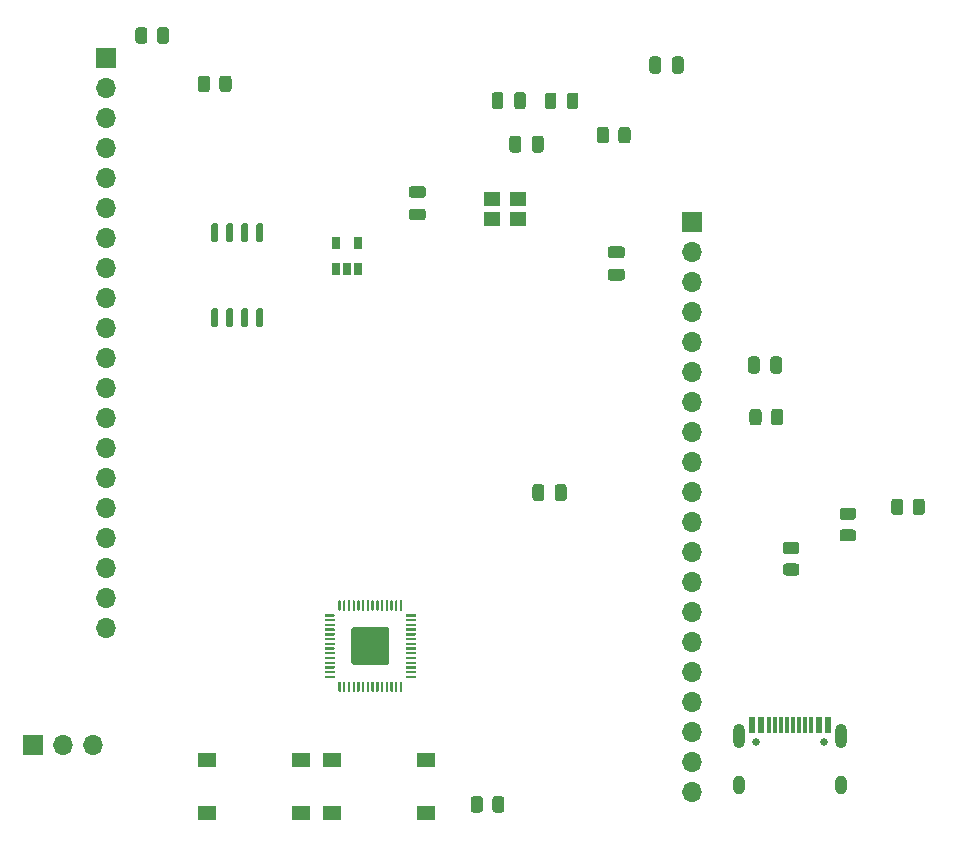
<source format=gts>
%TF.GenerationSoftware,KiCad,Pcbnew,(5.1.12)-1*%
%TF.CreationDate,2026-01-09T19:54:51+05:30*%
%TF.ProjectId,Aniket_Board,416e696b-6574-45f4-926f-6172642e6b69,rev?*%
%TF.SameCoordinates,Original*%
%TF.FileFunction,Soldermask,Top*%
%TF.FilePolarity,Negative*%
%FSLAX46Y46*%
G04 Gerber Fmt 4.6, Leading zero omitted, Abs format (unit mm)*
G04 Created by KiCad (PCBNEW (5.1.12)-1) date 2026-01-09 19:54:51*
%MOMM*%
%LPD*%
G01*
G04 APERTURE LIST*
%ADD10R,1.700000X1.700000*%
%ADD11O,1.700000X1.700000*%
%ADD12R,1.400000X1.200000*%
%ADD13R,1.550000X1.300000*%
%ADD14R,0.600000X1.450000*%
%ADD15R,0.300000X1.450000*%
%ADD16O,1.000000X2.100000*%
%ADD17C,0.650000*%
%ADD18O,1.000000X1.600000*%
%ADD19R,0.650000X1.060000*%
G04 APERTURE END LIST*
%TO.C,U1*%
G36*
G01*
X139070000Y-117256000D02*
X139070000Y-114344000D01*
G75*
G02*
X139214000Y-114200000I144000J0D01*
G01*
X142126000Y-114200000D01*
G75*
G02*
X142270000Y-114344000I0J-144000D01*
G01*
X142270000Y-117256000D01*
G75*
G02*
X142126000Y-117400000I-144000J0D01*
G01*
X139214000Y-117400000D01*
G75*
G02*
X139070000Y-117256000I0J144000D01*
G01*
G37*
G36*
G01*
X136795000Y-113250000D02*
X136795000Y-113150000D01*
G75*
G02*
X136845000Y-113100000I50000J0D01*
G01*
X137620000Y-113100000D01*
G75*
G02*
X137670000Y-113150000I0J-50000D01*
G01*
X137670000Y-113250000D01*
G75*
G02*
X137620000Y-113300000I-50000J0D01*
G01*
X136845000Y-113300000D01*
G75*
G02*
X136795000Y-113250000I0J50000D01*
G01*
G37*
G36*
G01*
X136795000Y-113650000D02*
X136795000Y-113550000D01*
G75*
G02*
X136845000Y-113500000I50000J0D01*
G01*
X137620000Y-113500000D01*
G75*
G02*
X137670000Y-113550000I0J-50000D01*
G01*
X137670000Y-113650000D01*
G75*
G02*
X137620000Y-113700000I-50000J0D01*
G01*
X136845000Y-113700000D01*
G75*
G02*
X136795000Y-113650000I0J50000D01*
G01*
G37*
G36*
G01*
X136795000Y-114050000D02*
X136795000Y-113950000D01*
G75*
G02*
X136845000Y-113900000I50000J0D01*
G01*
X137620000Y-113900000D01*
G75*
G02*
X137670000Y-113950000I0J-50000D01*
G01*
X137670000Y-114050000D01*
G75*
G02*
X137620000Y-114100000I-50000J0D01*
G01*
X136845000Y-114100000D01*
G75*
G02*
X136795000Y-114050000I0J50000D01*
G01*
G37*
G36*
G01*
X136795000Y-114450000D02*
X136795000Y-114350000D01*
G75*
G02*
X136845000Y-114300000I50000J0D01*
G01*
X137620000Y-114300000D01*
G75*
G02*
X137670000Y-114350000I0J-50000D01*
G01*
X137670000Y-114450000D01*
G75*
G02*
X137620000Y-114500000I-50000J0D01*
G01*
X136845000Y-114500000D01*
G75*
G02*
X136795000Y-114450000I0J50000D01*
G01*
G37*
G36*
G01*
X136795000Y-114850000D02*
X136795000Y-114750000D01*
G75*
G02*
X136845000Y-114700000I50000J0D01*
G01*
X137620000Y-114700000D01*
G75*
G02*
X137670000Y-114750000I0J-50000D01*
G01*
X137670000Y-114850000D01*
G75*
G02*
X137620000Y-114900000I-50000J0D01*
G01*
X136845000Y-114900000D01*
G75*
G02*
X136795000Y-114850000I0J50000D01*
G01*
G37*
G36*
G01*
X136795000Y-115250000D02*
X136795000Y-115150000D01*
G75*
G02*
X136845000Y-115100000I50000J0D01*
G01*
X137620000Y-115100000D01*
G75*
G02*
X137670000Y-115150000I0J-50000D01*
G01*
X137670000Y-115250000D01*
G75*
G02*
X137620000Y-115300000I-50000J0D01*
G01*
X136845000Y-115300000D01*
G75*
G02*
X136795000Y-115250000I0J50000D01*
G01*
G37*
G36*
G01*
X136795000Y-115650000D02*
X136795000Y-115550000D01*
G75*
G02*
X136845000Y-115500000I50000J0D01*
G01*
X137620000Y-115500000D01*
G75*
G02*
X137670000Y-115550000I0J-50000D01*
G01*
X137670000Y-115650000D01*
G75*
G02*
X137620000Y-115700000I-50000J0D01*
G01*
X136845000Y-115700000D01*
G75*
G02*
X136795000Y-115650000I0J50000D01*
G01*
G37*
G36*
G01*
X136795000Y-116050000D02*
X136795000Y-115950000D01*
G75*
G02*
X136845000Y-115900000I50000J0D01*
G01*
X137620000Y-115900000D01*
G75*
G02*
X137670000Y-115950000I0J-50000D01*
G01*
X137670000Y-116050000D01*
G75*
G02*
X137620000Y-116100000I-50000J0D01*
G01*
X136845000Y-116100000D01*
G75*
G02*
X136795000Y-116050000I0J50000D01*
G01*
G37*
G36*
G01*
X136795000Y-116450000D02*
X136795000Y-116350000D01*
G75*
G02*
X136845000Y-116300000I50000J0D01*
G01*
X137620000Y-116300000D01*
G75*
G02*
X137670000Y-116350000I0J-50000D01*
G01*
X137670000Y-116450000D01*
G75*
G02*
X137620000Y-116500000I-50000J0D01*
G01*
X136845000Y-116500000D01*
G75*
G02*
X136795000Y-116450000I0J50000D01*
G01*
G37*
G36*
G01*
X136795000Y-116850000D02*
X136795000Y-116750000D01*
G75*
G02*
X136845000Y-116700000I50000J0D01*
G01*
X137620000Y-116700000D01*
G75*
G02*
X137670000Y-116750000I0J-50000D01*
G01*
X137670000Y-116850000D01*
G75*
G02*
X137620000Y-116900000I-50000J0D01*
G01*
X136845000Y-116900000D01*
G75*
G02*
X136795000Y-116850000I0J50000D01*
G01*
G37*
G36*
G01*
X136795000Y-117250000D02*
X136795000Y-117150000D01*
G75*
G02*
X136845000Y-117100000I50000J0D01*
G01*
X137620000Y-117100000D01*
G75*
G02*
X137670000Y-117150000I0J-50000D01*
G01*
X137670000Y-117250000D01*
G75*
G02*
X137620000Y-117300000I-50000J0D01*
G01*
X136845000Y-117300000D01*
G75*
G02*
X136795000Y-117250000I0J50000D01*
G01*
G37*
G36*
G01*
X136795000Y-117650000D02*
X136795000Y-117550000D01*
G75*
G02*
X136845000Y-117500000I50000J0D01*
G01*
X137620000Y-117500000D01*
G75*
G02*
X137670000Y-117550000I0J-50000D01*
G01*
X137670000Y-117650000D01*
G75*
G02*
X137620000Y-117700000I-50000J0D01*
G01*
X136845000Y-117700000D01*
G75*
G02*
X136795000Y-117650000I0J50000D01*
G01*
G37*
G36*
G01*
X136795000Y-118050000D02*
X136795000Y-117950000D01*
G75*
G02*
X136845000Y-117900000I50000J0D01*
G01*
X137620000Y-117900000D01*
G75*
G02*
X137670000Y-117950000I0J-50000D01*
G01*
X137670000Y-118050000D01*
G75*
G02*
X137620000Y-118100000I-50000J0D01*
G01*
X136845000Y-118100000D01*
G75*
G02*
X136795000Y-118050000I0J50000D01*
G01*
G37*
G36*
G01*
X136795000Y-118450000D02*
X136795000Y-118350000D01*
G75*
G02*
X136845000Y-118300000I50000J0D01*
G01*
X137620000Y-118300000D01*
G75*
G02*
X137670000Y-118350000I0J-50000D01*
G01*
X137670000Y-118450000D01*
G75*
G02*
X137620000Y-118500000I-50000J0D01*
G01*
X136845000Y-118500000D01*
G75*
G02*
X136795000Y-118450000I0J50000D01*
G01*
G37*
G36*
G01*
X137970000Y-119625000D02*
X137970000Y-118850000D01*
G75*
G02*
X138020000Y-118800000I50000J0D01*
G01*
X138120000Y-118800000D01*
G75*
G02*
X138170000Y-118850000I0J-50000D01*
G01*
X138170000Y-119625000D01*
G75*
G02*
X138120000Y-119675000I-50000J0D01*
G01*
X138020000Y-119675000D01*
G75*
G02*
X137970000Y-119625000I0J50000D01*
G01*
G37*
G36*
G01*
X138370000Y-119625000D02*
X138370000Y-118850000D01*
G75*
G02*
X138420000Y-118800000I50000J0D01*
G01*
X138520000Y-118800000D01*
G75*
G02*
X138570000Y-118850000I0J-50000D01*
G01*
X138570000Y-119625000D01*
G75*
G02*
X138520000Y-119675000I-50000J0D01*
G01*
X138420000Y-119675000D01*
G75*
G02*
X138370000Y-119625000I0J50000D01*
G01*
G37*
G36*
G01*
X138770000Y-119625000D02*
X138770000Y-118850000D01*
G75*
G02*
X138820000Y-118800000I50000J0D01*
G01*
X138920000Y-118800000D01*
G75*
G02*
X138970000Y-118850000I0J-50000D01*
G01*
X138970000Y-119625000D01*
G75*
G02*
X138920000Y-119675000I-50000J0D01*
G01*
X138820000Y-119675000D01*
G75*
G02*
X138770000Y-119625000I0J50000D01*
G01*
G37*
G36*
G01*
X139170000Y-119625000D02*
X139170000Y-118850000D01*
G75*
G02*
X139220000Y-118800000I50000J0D01*
G01*
X139320000Y-118800000D01*
G75*
G02*
X139370000Y-118850000I0J-50000D01*
G01*
X139370000Y-119625000D01*
G75*
G02*
X139320000Y-119675000I-50000J0D01*
G01*
X139220000Y-119675000D01*
G75*
G02*
X139170000Y-119625000I0J50000D01*
G01*
G37*
G36*
G01*
X139570000Y-119625000D02*
X139570000Y-118850000D01*
G75*
G02*
X139620000Y-118800000I50000J0D01*
G01*
X139720000Y-118800000D01*
G75*
G02*
X139770000Y-118850000I0J-50000D01*
G01*
X139770000Y-119625000D01*
G75*
G02*
X139720000Y-119675000I-50000J0D01*
G01*
X139620000Y-119675000D01*
G75*
G02*
X139570000Y-119625000I0J50000D01*
G01*
G37*
G36*
G01*
X139970000Y-119625000D02*
X139970000Y-118850000D01*
G75*
G02*
X140020000Y-118800000I50000J0D01*
G01*
X140120000Y-118800000D01*
G75*
G02*
X140170000Y-118850000I0J-50000D01*
G01*
X140170000Y-119625000D01*
G75*
G02*
X140120000Y-119675000I-50000J0D01*
G01*
X140020000Y-119675000D01*
G75*
G02*
X139970000Y-119625000I0J50000D01*
G01*
G37*
G36*
G01*
X140370000Y-119625000D02*
X140370000Y-118850000D01*
G75*
G02*
X140420000Y-118800000I50000J0D01*
G01*
X140520000Y-118800000D01*
G75*
G02*
X140570000Y-118850000I0J-50000D01*
G01*
X140570000Y-119625000D01*
G75*
G02*
X140520000Y-119675000I-50000J0D01*
G01*
X140420000Y-119675000D01*
G75*
G02*
X140370000Y-119625000I0J50000D01*
G01*
G37*
G36*
G01*
X140770000Y-119625000D02*
X140770000Y-118850000D01*
G75*
G02*
X140820000Y-118800000I50000J0D01*
G01*
X140920000Y-118800000D01*
G75*
G02*
X140970000Y-118850000I0J-50000D01*
G01*
X140970000Y-119625000D01*
G75*
G02*
X140920000Y-119675000I-50000J0D01*
G01*
X140820000Y-119675000D01*
G75*
G02*
X140770000Y-119625000I0J50000D01*
G01*
G37*
G36*
G01*
X141170000Y-119625000D02*
X141170000Y-118850000D01*
G75*
G02*
X141220000Y-118800000I50000J0D01*
G01*
X141320000Y-118800000D01*
G75*
G02*
X141370000Y-118850000I0J-50000D01*
G01*
X141370000Y-119625000D01*
G75*
G02*
X141320000Y-119675000I-50000J0D01*
G01*
X141220000Y-119675000D01*
G75*
G02*
X141170000Y-119625000I0J50000D01*
G01*
G37*
G36*
G01*
X141570000Y-119625000D02*
X141570000Y-118850000D01*
G75*
G02*
X141620000Y-118800000I50000J0D01*
G01*
X141720000Y-118800000D01*
G75*
G02*
X141770000Y-118850000I0J-50000D01*
G01*
X141770000Y-119625000D01*
G75*
G02*
X141720000Y-119675000I-50000J0D01*
G01*
X141620000Y-119675000D01*
G75*
G02*
X141570000Y-119625000I0J50000D01*
G01*
G37*
G36*
G01*
X141970000Y-119625000D02*
X141970000Y-118850000D01*
G75*
G02*
X142020000Y-118800000I50000J0D01*
G01*
X142120000Y-118800000D01*
G75*
G02*
X142170000Y-118850000I0J-50000D01*
G01*
X142170000Y-119625000D01*
G75*
G02*
X142120000Y-119675000I-50000J0D01*
G01*
X142020000Y-119675000D01*
G75*
G02*
X141970000Y-119625000I0J50000D01*
G01*
G37*
G36*
G01*
X142370000Y-119625000D02*
X142370000Y-118850000D01*
G75*
G02*
X142420000Y-118800000I50000J0D01*
G01*
X142520000Y-118800000D01*
G75*
G02*
X142570000Y-118850000I0J-50000D01*
G01*
X142570000Y-119625000D01*
G75*
G02*
X142520000Y-119675000I-50000J0D01*
G01*
X142420000Y-119675000D01*
G75*
G02*
X142370000Y-119625000I0J50000D01*
G01*
G37*
G36*
G01*
X142770000Y-119625000D02*
X142770000Y-118850000D01*
G75*
G02*
X142820000Y-118800000I50000J0D01*
G01*
X142920000Y-118800000D01*
G75*
G02*
X142970000Y-118850000I0J-50000D01*
G01*
X142970000Y-119625000D01*
G75*
G02*
X142920000Y-119675000I-50000J0D01*
G01*
X142820000Y-119675000D01*
G75*
G02*
X142770000Y-119625000I0J50000D01*
G01*
G37*
G36*
G01*
X143170000Y-119625000D02*
X143170000Y-118850000D01*
G75*
G02*
X143220000Y-118800000I50000J0D01*
G01*
X143320000Y-118800000D01*
G75*
G02*
X143370000Y-118850000I0J-50000D01*
G01*
X143370000Y-119625000D01*
G75*
G02*
X143320000Y-119675000I-50000J0D01*
G01*
X143220000Y-119675000D01*
G75*
G02*
X143170000Y-119625000I0J50000D01*
G01*
G37*
G36*
G01*
X143670000Y-118450000D02*
X143670000Y-118350000D01*
G75*
G02*
X143720000Y-118300000I50000J0D01*
G01*
X144495000Y-118300000D01*
G75*
G02*
X144545000Y-118350000I0J-50000D01*
G01*
X144545000Y-118450000D01*
G75*
G02*
X144495000Y-118500000I-50000J0D01*
G01*
X143720000Y-118500000D01*
G75*
G02*
X143670000Y-118450000I0J50000D01*
G01*
G37*
G36*
G01*
X143670000Y-118050000D02*
X143670000Y-117950000D01*
G75*
G02*
X143720000Y-117900000I50000J0D01*
G01*
X144495000Y-117900000D01*
G75*
G02*
X144545000Y-117950000I0J-50000D01*
G01*
X144545000Y-118050000D01*
G75*
G02*
X144495000Y-118100000I-50000J0D01*
G01*
X143720000Y-118100000D01*
G75*
G02*
X143670000Y-118050000I0J50000D01*
G01*
G37*
G36*
G01*
X143670000Y-117650000D02*
X143670000Y-117550000D01*
G75*
G02*
X143720000Y-117500000I50000J0D01*
G01*
X144495000Y-117500000D01*
G75*
G02*
X144545000Y-117550000I0J-50000D01*
G01*
X144545000Y-117650000D01*
G75*
G02*
X144495000Y-117700000I-50000J0D01*
G01*
X143720000Y-117700000D01*
G75*
G02*
X143670000Y-117650000I0J50000D01*
G01*
G37*
G36*
G01*
X143670000Y-117250000D02*
X143670000Y-117150000D01*
G75*
G02*
X143720000Y-117100000I50000J0D01*
G01*
X144495000Y-117100000D01*
G75*
G02*
X144545000Y-117150000I0J-50000D01*
G01*
X144545000Y-117250000D01*
G75*
G02*
X144495000Y-117300000I-50000J0D01*
G01*
X143720000Y-117300000D01*
G75*
G02*
X143670000Y-117250000I0J50000D01*
G01*
G37*
G36*
G01*
X143670000Y-116850000D02*
X143670000Y-116750000D01*
G75*
G02*
X143720000Y-116700000I50000J0D01*
G01*
X144495000Y-116700000D01*
G75*
G02*
X144545000Y-116750000I0J-50000D01*
G01*
X144545000Y-116850000D01*
G75*
G02*
X144495000Y-116900000I-50000J0D01*
G01*
X143720000Y-116900000D01*
G75*
G02*
X143670000Y-116850000I0J50000D01*
G01*
G37*
G36*
G01*
X143670000Y-116450000D02*
X143670000Y-116350000D01*
G75*
G02*
X143720000Y-116300000I50000J0D01*
G01*
X144495000Y-116300000D01*
G75*
G02*
X144545000Y-116350000I0J-50000D01*
G01*
X144545000Y-116450000D01*
G75*
G02*
X144495000Y-116500000I-50000J0D01*
G01*
X143720000Y-116500000D01*
G75*
G02*
X143670000Y-116450000I0J50000D01*
G01*
G37*
G36*
G01*
X143670000Y-116050000D02*
X143670000Y-115950000D01*
G75*
G02*
X143720000Y-115900000I50000J0D01*
G01*
X144495000Y-115900000D01*
G75*
G02*
X144545000Y-115950000I0J-50000D01*
G01*
X144545000Y-116050000D01*
G75*
G02*
X144495000Y-116100000I-50000J0D01*
G01*
X143720000Y-116100000D01*
G75*
G02*
X143670000Y-116050000I0J50000D01*
G01*
G37*
G36*
G01*
X143670000Y-115650000D02*
X143670000Y-115550000D01*
G75*
G02*
X143720000Y-115500000I50000J0D01*
G01*
X144495000Y-115500000D01*
G75*
G02*
X144545000Y-115550000I0J-50000D01*
G01*
X144545000Y-115650000D01*
G75*
G02*
X144495000Y-115700000I-50000J0D01*
G01*
X143720000Y-115700000D01*
G75*
G02*
X143670000Y-115650000I0J50000D01*
G01*
G37*
G36*
G01*
X143670000Y-115250000D02*
X143670000Y-115150000D01*
G75*
G02*
X143720000Y-115100000I50000J0D01*
G01*
X144495000Y-115100000D01*
G75*
G02*
X144545000Y-115150000I0J-50000D01*
G01*
X144545000Y-115250000D01*
G75*
G02*
X144495000Y-115300000I-50000J0D01*
G01*
X143720000Y-115300000D01*
G75*
G02*
X143670000Y-115250000I0J50000D01*
G01*
G37*
G36*
G01*
X143670000Y-114850000D02*
X143670000Y-114750000D01*
G75*
G02*
X143720000Y-114700000I50000J0D01*
G01*
X144495000Y-114700000D01*
G75*
G02*
X144545000Y-114750000I0J-50000D01*
G01*
X144545000Y-114850000D01*
G75*
G02*
X144495000Y-114900000I-50000J0D01*
G01*
X143720000Y-114900000D01*
G75*
G02*
X143670000Y-114850000I0J50000D01*
G01*
G37*
G36*
G01*
X143670000Y-114450000D02*
X143670000Y-114350000D01*
G75*
G02*
X143720000Y-114300000I50000J0D01*
G01*
X144495000Y-114300000D01*
G75*
G02*
X144545000Y-114350000I0J-50000D01*
G01*
X144545000Y-114450000D01*
G75*
G02*
X144495000Y-114500000I-50000J0D01*
G01*
X143720000Y-114500000D01*
G75*
G02*
X143670000Y-114450000I0J50000D01*
G01*
G37*
G36*
G01*
X143670000Y-114050000D02*
X143670000Y-113950000D01*
G75*
G02*
X143720000Y-113900000I50000J0D01*
G01*
X144495000Y-113900000D01*
G75*
G02*
X144545000Y-113950000I0J-50000D01*
G01*
X144545000Y-114050000D01*
G75*
G02*
X144495000Y-114100000I-50000J0D01*
G01*
X143720000Y-114100000D01*
G75*
G02*
X143670000Y-114050000I0J50000D01*
G01*
G37*
G36*
G01*
X143670000Y-113650000D02*
X143670000Y-113550000D01*
G75*
G02*
X143720000Y-113500000I50000J0D01*
G01*
X144495000Y-113500000D01*
G75*
G02*
X144545000Y-113550000I0J-50000D01*
G01*
X144545000Y-113650000D01*
G75*
G02*
X144495000Y-113700000I-50000J0D01*
G01*
X143720000Y-113700000D01*
G75*
G02*
X143670000Y-113650000I0J50000D01*
G01*
G37*
G36*
G01*
X143670000Y-113250000D02*
X143670000Y-113150000D01*
G75*
G02*
X143720000Y-113100000I50000J0D01*
G01*
X144495000Y-113100000D01*
G75*
G02*
X144545000Y-113150000I0J-50000D01*
G01*
X144545000Y-113250000D01*
G75*
G02*
X144495000Y-113300000I-50000J0D01*
G01*
X143720000Y-113300000D01*
G75*
G02*
X143670000Y-113250000I0J50000D01*
G01*
G37*
G36*
G01*
X143170000Y-112750000D02*
X143170000Y-111975000D01*
G75*
G02*
X143220000Y-111925000I50000J0D01*
G01*
X143320000Y-111925000D01*
G75*
G02*
X143370000Y-111975000I0J-50000D01*
G01*
X143370000Y-112750000D01*
G75*
G02*
X143320000Y-112800000I-50000J0D01*
G01*
X143220000Y-112800000D01*
G75*
G02*
X143170000Y-112750000I0J50000D01*
G01*
G37*
G36*
G01*
X142770000Y-112750000D02*
X142770000Y-111975000D01*
G75*
G02*
X142820000Y-111925000I50000J0D01*
G01*
X142920000Y-111925000D01*
G75*
G02*
X142970000Y-111975000I0J-50000D01*
G01*
X142970000Y-112750000D01*
G75*
G02*
X142920000Y-112800000I-50000J0D01*
G01*
X142820000Y-112800000D01*
G75*
G02*
X142770000Y-112750000I0J50000D01*
G01*
G37*
G36*
G01*
X142370000Y-112750000D02*
X142370000Y-111975000D01*
G75*
G02*
X142420000Y-111925000I50000J0D01*
G01*
X142520000Y-111925000D01*
G75*
G02*
X142570000Y-111975000I0J-50000D01*
G01*
X142570000Y-112750000D01*
G75*
G02*
X142520000Y-112800000I-50000J0D01*
G01*
X142420000Y-112800000D01*
G75*
G02*
X142370000Y-112750000I0J50000D01*
G01*
G37*
G36*
G01*
X141970000Y-112750000D02*
X141970000Y-111975000D01*
G75*
G02*
X142020000Y-111925000I50000J0D01*
G01*
X142120000Y-111925000D01*
G75*
G02*
X142170000Y-111975000I0J-50000D01*
G01*
X142170000Y-112750000D01*
G75*
G02*
X142120000Y-112800000I-50000J0D01*
G01*
X142020000Y-112800000D01*
G75*
G02*
X141970000Y-112750000I0J50000D01*
G01*
G37*
G36*
G01*
X141570000Y-112750000D02*
X141570000Y-111975000D01*
G75*
G02*
X141620000Y-111925000I50000J0D01*
G01*
X141720000Y-111925000D01*
G75*
G02*
X141770000Y-111975000I0J-50000D01*
G01*
X141770000Y-112750000D01*
G75*
G02*
X141720000Y-112800000I-50000J0D01*
G01*
X141620000Y-112800000D01*
G75*
G02*
X141570000Y-112750000I0J50000D01*
G01*
G37*
G36*
G01*
X141170000Y-112750000D02*
X141170000Y-111975000D01*
G75*
G02*
X141220000Y-111925000I50000J0D01*
G01*
X141320000Y-111925000D01*
G75*
G02*
X141370000Y-111975000I0J-50000D01*
G01*
X141370000Y-112750000D01*
G75*
G02*
X141320000Y-112800000I-50000J0D01*
G01*
X141220000Y-112800000D01*
G75*
G02*
X141170000Y-112750000I0J50000D01*
G01*
G37*
G36*
G01*
X140770000Y-112750000D02*
X140770000Y-111975000D01*
G75*
G02*
X140820000Y-111925000I50000J0D01*
G01*
X140920000Y-111925000D01*
G75*
G02*
X140970000Y-111975000I0J-50000D01*
G01*
X140970000Y-112750000D01*
G75*
G02*
X140920000Y-112800000I-50000J0D01*
G01*
X140820000Y-112800000D01*
G75*
G02*
X140770000Y-112750000I0J50000D01*
G01*
G37*
G36*
G01*
X140370000Y-112750000D02*
X140370000Y-111975000D01*
G75*
G02*
X140420000Y-111925000I50000J0D01*
G01*
X140520000Y-111925000D01*
G75*
G02*
X140570000Y-111975000I0J-50000D01*
G01*
X140570000Y-112750000D01*
G75*
G02*
X140520000Y-112800000I-50000J0D01*
G01*
X140420000Y-112800000D01*
G75*
G02*
X140370000Y-112750000I0J50000D01*
G01*
G37*
G36*
G01*
X139970000Y-112750000D02*
X139970000Y-111975000D01*
G75*
G02*
X140020000Y-111925000I50000J0D01*
G01*
X140120000Y-111925000D01*
G75*
G02*
X140170000Y-111975000I0J-50000D01*
G01*
X140170000Y-112750000D01*
G75*
G02*
X140120000Y-112800000I-50000J0D01*
G01*
X140020000Y-112800000D01*
G75*
G02*
X139970000Y-112750000I0J50000D01*
G01*
G37*
G36*
G01*
X139570000Y-112750000D02*
X139570000Y-111975000D01*
G75*
G02*
X139620000Y-111925000I50000J0D01*
G01*
X139720000Y-111925000D01*
G75*
G02*
X139770000Y-111975000I0J-50000D01*
G01*
X139770000Y-112750000D01*
G75*
G02*
X139720000Y-112800000I-50000J0D01*
G01*
X139620000Y-112800000D01*
G75*
G02*
X139570000Y-112750000I0J50000D01*
G01*
G37*
G36*
G01*
X139170000Y-112750000D02*
X139170000Y-111975000D01*
G75*
G02*
X139220000Y-111925000I50000J0D01*
G01*
X139320000Y-111925000D01*
G75*
G02*
X139370000Y-111975000I0J-50000D01*
G01*
X139370000Y-112750000D01*
G75*
G02*
X139320000Y-112800000I-50000J0D01*
G01*
X139220000Y-112800000D01*
G75*
G02*
X139170000Y-112750000I0J50000D01*
G01*
G37*
G36*
G01*
X138770000Y-112750000D02*
X138770000Y-111975000D01*
G75*
G02*
X138820000Y-111925000I50000J0D01*
G01*
X138920000Y-111925000D01*
G75*
G02*
X138970000Y-111975000I0J-50000D01*
G01*
X138970000Y-112750000D01*
G75*
G02*
X138920000Y-112800000I-50000J0D01*
G01*
X138820000Y-112800000D01*
G75*
G02*
X138770000Y-112750000I0J50000D01*
G01*
G37*
G36*
G01*
X138370000Y-112750000D02*
X138370000Y-111975000D01*
G75*
G02*
X138420000Y-111925000I50000J0D01*
G01*
X138520000Y-111925000D01*
G75*
G02*
X138570000Y-111975000I0J-50000D01*
G01*
X138570000Y-112750000D01*
G75*
G02*
X138520000Y-112800000I-50000J0D01*
G01*
X138420000Y-112800000D01*
G75*
G02*
X138370000Y-112750000I0J50000D01*
G01*
G37*
G36*
G01*
X137970000Y-112750000D02*
X137970000Y-111975000D01*
G75*
G02*
X138020000Y-111925000I50000J0D01*
G01*
X138120000Y-111925000D01*
G75*
G02*
X138170000Y-111975000I0J-50000D01*
G01*
X138170000Y-112750000D01*
G75*
G02*
X138120000Y-112800000I-50000J0D01*
G01*
X138020000Y-112800000D01*
G75*
G02*
X137970000Y-112750000I0J50000D01*
G01*
G37*
%TD*%
D10*
%TO.C,J4*%
X112100000Y-124200000D03*
D11*
X114640000Y-124200000D03*
X117180000Y-124200000D03*
%TD*%
D12*
%TO.C,Y1*%
X151000000Y-77900000D03*
X153200000Y-77900000D03*
X153200000Y-79600000D03*
X151000000Y-79600000D03*
%TD*%
%TO.C,U3*%
G36*
G01*
X127645000Y-81600000D02*
X127345000Y-81600000D01*
G75*
G02*
X127195000Y-81450000I0J150000D01*
G01*
X127195000Y-80150000D01*
G75*
G02*
X127345000Y-80000000I150000J0D01*
G01*
X127645000Y-80000000D01*
G75*
G02*
X127795000Y-80150000I0J-150000D01*
G01*
X127795000Y-81450000D01*
G75*
G02*
X127645000Y-81600000I-150000J0D01*
G01*
G37*
G36*
G01*
X128915000Y-81600000D02*
X128615000Y-81600000D01*
G75*
G02*
X128465000Y-81450000I0J150000D01*
G01*
X128465000Y-80150000D01*
G75*
G02*
X128615000Y-80000000I150000J0D01*
G01*
X128915000Y-80000000D01*
G75*
G02*
X129065000Y-80150000I0J-150000D01*
G01*
X129065000Y-81450000D01*
G75*
G02*
X128915000Y-81600000I-150000J0D01*
G01*
G37*
G36*
G01*
X130185000Y-81600000D02*
X129885000Y-81600000D01*
G75*
G02*
X129735000Y-81450000I0J150000D01*
G01*
X129735000Y-80150000D01*
G75*
G02*
X129885000Y-80000000I150000J0D01*
G01*
X130185000Y-80000000D01*
G75*
G02*
X130335000Y-80150000I0J-150000D01*
G01*
X130335000Y-81450000D01*
G75*
G02*
X130185000Y-81600000I-150000J0D01*
G01*
G37*
G36*
G01*
X131455000Y-81600000D02*
X131155000Y-81600000D01*
G75*
G02*
X131005000Y-81450000I0J150000D01*
G01*
X131005000Y-80150000D01*
G75*
G02*
X131155000Y-80000000I150000J0D01*
G01*
X131455000Y-80000000D01*
G75*
G02*
X131605000Y-80150000I0J-150000D01*
G01*
X131605000Y-81450000D01*
G75*
G02*
X131455000Y-81600000I-150000J0D01*
G01*
G37*
G36*
G01*
X131455000Y-88800000D02*
X131155000Y-88800000D01*
G75*
G02*
X131005000Y-88650000I0J150000D01*
G01*
X131005000Y-87350000D01*
G75*
G02*
X131155000Y-87200000I150000J0D01*
G01*
X131455000Y-87200000D01*
G75*
G02*
X131605000Y-87350000I0J-150000D01*
G01*
X131605000Y-88650000D01*
G75*
G02*
X131455000Y-88800000I-150000J0D01*
G01*
G37*
G36*
G01*
X130185000Y-88800000D02*
X129885000Y-88800000D01*
G75*
G02*
X129735000Y-88650000I0J150000D01*
G01*
X129735000Y-87350000D01*
G75*
G02*
X129885000Y-87200000I150000J0D01*
G01*
X130185000Y-87200000D01*
G75*
G02*
X130335000Y-87350000I0J-150000D01*
G01*
X130335000Y-88650000D01*
G75*
G02*
X130185000Y-88800000I-150000J0D01*
G01*
G37*
G36*
G01*
X128915000Y-88800000D02*
X128615000Y-88800000D01*
G75*
G02*
X128465000Y-88650000I0J150000D01*
G01*
X128465000Y-87350000D01*
G75*
G02*
X128615000Y-87200000I150000J0D01*
G01*
X128915000Y-87200000D01*
G75*
G02*
X129065000Y-87350000I0J-150000D01*
G01*
X129065000Y-88650000D01*
G75*
G02*
X128915000Y-88800000I-150000J0D01*
G01*
G37*
G36*
G01*
X127645000Y-88800000D02*
X127345000Y-88800000D01*
G75*
G02*
X127195000Y-88650000I0J150000D01*
G01*
X127195000Y-87350000D01*
G75*
G02*
X127345000Y-87200000I150000J0D01*
G01*
X127645000Y-87200000D01*
G75*
G02*
X127795000Y-87350000I0J-150000D01*
G01*
X127795000Y-88650000D01*
G75*
G02*
X127645000Y-88800000I-150000J0D01*
G01*
G37*
%TD*%
D13*
%TO.C,SW2*%
X134780000Y-129950000D03*
X134780000Y-125450000D03*
X126820000Y-125450000D03*
X126820000Y-129950000D03*
%TD*%
%TO.C,R8*%
G36*
G01*
X161680000Y-72980002D02*
X161680000Y-72079998D01*
G75*
G02*
X161929998Y-71830000I249998J0D01*
G01*
X162455002Y-71830000D01*
G75*
G02*
X162705000Y-72079998I0J-249998D01*
G01*
X162705000Y-72980002D01*
G75*
G02*
X162455002Y-73230000I-249998J0D01*
G01*
X161929998Y-73230000D01*
G75*
G02*
X161680000Y-72980002I0J249998D01*
G01*
G37*
G36*
G01*
X159855000Y-72980002D02*
X159855000Y-72079998D01*
G75*
G02*
X160104998Y-71830000I249998J0D01*
G01*
X160630002Y-71830000D01*
G75*
G02*
X160880000Y-72079998I0J-249998D01*
G01*
X160880000Y-72980002D01*
G75*
G02*
X160630002Y-73230000I-249998J0D01*
G01*
X160104998Y-73230000D01*
G75*
G02*
X159855000Y-72980002I0J249998D01*
G01*
G37*
%TD*%
%TO.C,R7*%
G36*
G01*
X127100000Y-67749998D02*
X127100000Y-68650002D01*
G75*
G02*
X126850002Y-68900000I-249998J0D01*
G01*
X126324998Y-68900000D01*
G75*
G02*
X126075000Y-68650002I0J249998D01*
G01*
X126075000Y-67749998D01*
G75*
G02*
X126324998Y-67500000I249998J0D01*
G01*
X126850002Y-67500000D01*
G75*
G02*
X127100000Y-67749998I0J-249998D01*
G01*
G37*
G36*
G01*
X128925000Y-67749998D02*
X128925000Y-68650002D01*
G75*
G02*
X128675002Y-68900000I-249998J0D01*
G01*
X128149998Y-68900000D01*
G75*
G02*
X127900000Y-68650002I0J249998D01*
G01*
X127900000Y-67749998D01*
G75*
G02*
X128149998Y-67500000I249998J0D01*
G01*
X128675002Y-67500000D01*
G75*
G02*
X128925000Y-67749998I0J-249998D01*
G01*
G37*
%TD*%
%TO.C,R6*%
G36*
G01*
X121800000Y-63649998D02*
X121800000Y-64550002D01*
G75*
G02*
X121550002Y-64800000I-249998J0D01*
G01*
X121024998Y-64800000D01*
G75*
G02*
X120775000Y-64550002I0J249998D01*
G01*
X120775000Y-63649998D01*
G75*
G02*
X121024998Y-63400000I249998J0D01*
G01*
X121550002Y-63400000D01*
G75*
G02*
X121800000Y-63649998I0J-249998D01*
G01*
G37*
G36*
G01*
X123625000Y-63649998D02*
X123625000Y-64550002D01*
G75*
G02*
X123375002Y-64800000I-249998J0D01*
G01*
X122849998Y-64800000D01*
G75*
G02*
X122600000Y-64550002I0J249998D01*
G01*
X122600000Y-63649998D01*
G75*
G02*
X122849998Y-63400000I249998J0D01*
G01*
X123375002Y-63400000D01*
G75*
G02*
X123625000Y-63649998I0J-249998D01*
G01*
G37*
%TD*%
D11*
%TO.C,J3*%
X167900000Y-128180000D03*
X167900000Y-125640000D03*
X167900000Y-123100000D03*
X167900000Y-120560000D03*
X167900000Y-118020000D03*
X167900000Y-115480000D03*
X167900000Y-112940000D03*
X167900000Y-110400000D03*
X167900000Y-107860000D03*
X167900000Y-105320000D03*
X167900000Y-102780000D03*
X167900000Y-100240000D03*
X167900000Y-97700000D03*
X167900000Y-95160000D03*
X167900000Y-92620000D03*
X167900000Y-90080000D03*
X167900000Y-87540000D03*
X167900000Y-85000000D03*
X167900000Y-82460000D03*
D10*
X167900000Y-79920000D03*
%TD*%
D11*
%TO.C,J2*%
X118300000Y-114300000D03*
X118300000Y-111760000D03*
X118300000Y-109220000D03*
X118300000Y-106680000D03*
X118300000Y-104140000D03*
X118300000Y-101600000D03*
X118300000Y-99060000D03*
X118300000Y-96520000D03*
X118300000Y-93980000D03*
X118300000Y-91440000D03*
X118300000Y-88900000D03*
X118300000Y-86360000D03*
X118300000Y-83820000D03*
X118300000Y-81280000D03*
X118300000Y-78740000D03*
X118300000Y-76200000D03*
X118300000Y-73660000D03*
X118300000Y-71120000D03*
X118300000Y-68580000D03*
D10*
X118300000Y-66040000D03*
%TD*%
%TO.C,D1*%
G36*
G01*
X157320000Y-70081250D02*
X157320000Y-69168750D01*
G75*
G02*
X157563750Y-68925000I243750J0D01*
G01*
X158051250Y-68925000D01*
G75*
G02*
X158295000Y-69168750I0J-243750D01*
G01*
X158295000Y-70081250D01*
G75*
G02*
X158051250Y-70325000I-243750J0D01*
G01*
X157563750Y-70325000D01*
G75*
G02*
X157320000Y-70081250I0J243750D01*
G01*
G37*
G36*
G01*
X155445000Y-70081250D02*
X155445000Y-69168750D01*
G75*
G02*
X155688750Y-68925000I243750J0D01*
G01*
X156176250Y-68925000D01*
G75*
G02*
X156420000Y-69168750I0J-243750D01*
G01*
X156420000Y-70081250D01*
G75*
G02*
X156176250Y-70325000I-243750J0D01*
G01*
X155688750Y-70325000D01*
G75*
G02*
X155445000Y-70081250I0J243750D01*
G01*
G37*
%TD*%
%TO.C,C7*%
G36*
G01*
X152850000Y-70085000D02*
X152850000Y-69135000D01*
G75*
G02*
X153100000Y-68885000I250000J0D01*
G01*
X153600000Y-68885000D01*
G75*
G02*
X153850000Y-69135000I0J-250000D01*
G01*
X153850000Y-70085000D01*
G75*
G02*
X153600000Y-70335000I-250000J0D01*
G01*
X153100000Y-70335000D01*
G75*
G02*
X152850000Y-70085000I0J250000D01*
G01*
G37*
G36*
G01*
X150950000Y-70085000D02*
X150950000Y-69135000D01*
G75*
G02*
X151200000Y-68885000I250000J0D01*
G01*
X151700000Y-68885000D01*
G75*
G02*
X151950000Y-69135000I0J-250000D01*
G01*
X151950000Y-70085000D01*
G75*
G02*
X151700000Y-70335000I-250000J0D01*
G01*
X151200000Y-70335000D01*
G75*
G02*
X150950000Y-70085000I0J250000D01*
G01*
G37*
%TD*%
%TO.C,C6*%
G36*
G01*
X166200000Y-67075000D02*
X166200000Y-66125000D01*
G75*
G02*
X166450000Y-65875000I250000J0D01*
G01*
X166950000Y-65875000D01*
G75*
G02*
X167200000Y-66125000I0J-250000D01*
G01*
X167200000Y-67075000D01*
G75*
G02*
X166950000Y-67325000I-250000J0D01*
G01*
X166450000Y-67325000D01*
G75*
G02*
X166200000Y-67075000I0J250000D01*
G01*
G37*
G36*
G01*
X164300000Y-67075000D02*
X164300000Y-66125000D01*
G75*
G02*
X164550000Y-65875000I250000J0D01*
G01*
X165050000Y-65875000D01*
G75*
G02*
X165300000Y-66125000I0J-250000D01*
G01*
X165300000Y-67075000D01*
G75*
G02*
X165050000Y-67325000I-250000J0D01*
G01*
X164550000Y-67325000D01*
G75*
G02*
X164300000Y-67075000I0J250000D01*
G01*
G37*
%TD*%
%TO.C,C5*%
G36*
G01*
X161975000Y-82950000D02*
X161025000Y-82950000D01*
G75*
G02*
X160775000Y-82700000I0J250000D01*
G01*
X160775000Y-82200000D01*
G75*
G02*
X161025000Y-81950000I250000J0D01*
G01*
X161975000Y-81950000D01*
G75*
G02*
X162225000Y-82200000I0J-250000D01*
G01*
X162225000Y-82700000D01*
G75*
G02*
X161975000Y-82950000I-250000J0D01*
G01*
G37*
G36*
G01*
X161975000Y-84850000D02*
X161025000Y-84850000D01*
G75*
G02*
X160775000Y-84600000I0J250000D01*
G01*
X160775000Y-84100000D01*
G75*
G02*
X161025000Y-83850000I250000J0D01*
G01*
X161975000Y-83850000D01*
G75*
G02*
X162225000Y-84100000I0J-250000D01*
G01*
X162225000Y-84600000D01*
G75*
G02*
X161975000Y-84850000I-250000J0D01*
G01*
G37*
%TD*%
%TO.C,C4*%
G36*
G01*
X154350000Y-73775000D02*
X154350000Y-72825000D01*
G75*
G02*
X154600000Y-72575000I250000J0D01*
G01*
X155100000Y-72575000D01*
G75*
G02*
X155350000Y-72825000I0J-250000D01*
G01*
X155350000Y-73775000D01*
G75*
G02*
X155100000Y-74025000I-250000J0D01*
G01*
X154600000Y-74025000D01*
G75*
G02*
X154350000Y-73775000I0J250000D01*
G01*
G37*
G36*
G01*
X152450000Y-73775000D02*
X152450000Y-72825000D01*
G75*
G02*
X152700000Y-72575000I250000J0D01*
G01*
X153200000Y-72575000D01*
G75*
G02*
X153450000Y-72825000I0J-250000D01*
G01*
X153450000Y-73775000D01*
G75*
G02*
X153200000Y-74025000I-250000J0D01*
G01*
X152700000Y-74025000D01*
G75*
G02*
X152450000Y-73775000I0J250000D01*
G01*
G37*
%TD*%
%TO.C,C3*%
G36*
G01*
X145125000Y-77850000D02*
X144175000Y-77850000D01*
G75*
G02*
X143925000Y-77600000I0J250000D01*
G01*
X143925000Y-77100000D01*
G75*
G02*
X144175000Y-76850000I250000J0D01*
G01*
X145125000Y-76850000D01*
G75*
G02*
X145375000Y-77100000I0J-250000D01*
G01*
X145375000Y-77600000D01*
G75*
G02*
X145125000Y-77850000I-250000J0D01*
G01*
G37*
G36*
G01*
X145125000Y-79750000D02*
X144175000Y-79750000D01*
G75*
G02*
X143925000Y-79500000I0J250000D01*
G01*
X143925000Y-79000000D01*
G75*
G02*
X144175000Y-78750000I250000J0D01*
G01*
X145125000Y-78750000D01*
G75*
G02*
X145375000Y-79000000I0J-250000D01*
G01*
X145375000Y-79500000D01*
G75*
G02*
X145125000Y-79750000I-250000J0D01*
G01*
G37*
%TD*%
D13*
%TO.C,SW1*%
X145380000Y-129950000D03*
X145380000Y-125450000D03*
X137420000Y-125450000D03*
X137420000Y-129950000D03*
%TD*%
%TO.C,R5*%
G36*
G01*
X151000000Y-129650002D02*
X151000000Y-128749998D01*
G75*
G02*
X151249998Y-128500000I249998J0D01*
G01*
X151775002Y-128500000D01*
G75*
G02*
X152025000Y-128749998I0J-249998D01*
G01*
X152025000Y-129650002D01*
G75*
G02*
X151775002Y-129900000I-249998J0D01*
G01*
X151249998Y-129900000D01*
G75*
G02*
X151000000Y-129650002I0J249998D01*
G01*
G37*
G36*
G01*
X149175000Y-129650002D02*
X149175000Y-128749998D01*
G75*
G02*
X149424998Y-128500000I249998J0D01*
G01*
X149950002Y-128500000D01*
G75*
G02*
X150200000Y-128749998I0J-249998D01*
G01*
X150200000Y-129650002D01*
G75*
G02*
X149950002Y-129900000I-249998J0D01*
G01*
X149424998Y-129900000D01*
G75*
G02*
X149175000Y-129650002I0J249998D01*
G01*
G37*
%TD*%
%TO.C,C2*%
G36*
G01*
X156300000Y-103275000D02*
X156300000Y-102325000D01*
G75*
G02*
X156550000Y-102075000I250000J0D01*
G01*
X157050000Y-102075000D01*
G75*
G02*
X157300000Y-102325000I0J-250000D01*
G01*
X157300000Y-103275000D01*
G75*
G02*
X157050000Y-103525000I-250000J0D01*
G01*
X156550000Y-103525000D01*
G75*
G02*
X156300000Y-103275000I0J250000D01*
G01*
G37*
G36*
G01*
X154400000Y-103275000D02*
X154400000Y-102325000D01*
G75*
G02*
X154650000Y-102075000I250000J0D01*
G01*
X155150000Y-102075000D01*
G75*
G02*
X155400000Y-102325000I0J-250000D01*
G01*
X155400000Y-103275000D01*
G75*
G02*
X155150000Y-103525000I-250000J0D01*
G01*
X154650000Y-103525000D01*
G75*
G02*
X154400000Y-103275000I0J250000D01*
G01*
G37*
%TD*%
%TO.C,C1*%
G36*
G01*
X174550000Y-92475000D02*
X174550000Y-91525000D01*
G75*
G02*
X174800000Y-91275000I250000J0D01*
G01*
X175300000Y-91275000D01*
G75*
G02*
X175550000Y-91525000I0J-250000D01*
G01*
X175550000Y-92475000D01*
G75*
G02*
X175300000Y-92725000I-250000J0D01*
G01*
X174800000Y-92725000D01*
G75*
G02*
X174550000Y-92475000I0J250000D01*
G01*
G37*
G36*
G01*
X172650000Y-92475000D02*
X172650000Y-91525000D01*
G75*
G02*
X172900000Y-91275000I250000J0D01*
G01*
X173400000Y-91275000D01*
G75*
G02*
X173650000Y-91525000I0J-250000D01*
G01*
X173650000Y-92475000D01*
G75*
G02*
X173400000Y-92725000I-250000J0D01*
G01*
X172900000Y-92725000D01*
G75*
G02*
X172650000Y-92475000I0J250000D01*
G01*
G37*
%TD*%
%TO.C,R4*%
G36*
G01*
X187625000Y-103549998D02*
X187625000Y-104450002D01*
G75*
G02*
X187375002Y-104700000I-249998J0D01*
G01*
X186849998Y-104700000D01*
G75*
G02*
X186600000Y-104450002I0J249998D01*
G01*
X186600000Y-103549998D01*
G75*
G02*
X186849998Y-103300000I249998J0D01*
G01*
X187375002Y-103300000D01*
G75*
G02*
X187625000Y-103549998I0J-249998D01*
G01*
G37*
G36*
G01*
X185800000Y-103549998D02*
X185800000Y-104450002D01*
G75*
G02*
X185550002Y-104700000I-249998J0D01*
G01*
X185024998Y-104700000D01*
G75*
G02*
X184775000Y-104450002I0J249998D01*
G01*
X184775000Y-103549998D01*
G75*
G02*
X185024998Y-103300000I249998J0D01*
G01*
X185550002Y-103300000D01*
G75*
G02*
X185800000Y-103549998I0J-249998D01*
G01*
G37*
%TD*%
%TO.C,R3*%
G36*
G01*
X173800000Y-95949998D02*
X173800000Y-96850002D01*
G75*
G02*
X173550002Y-97100000I-249998J0D01*
G01*
X173024998Y-97100000D01*
G75*
G02*
X172775000Y-96850002I0J249998D01*
G01*
X172775000Y-95949998D01*
G75*
G02*
X173024998Y-95700000I249998J0D01*
G01*
X173550002Y-95700000D01*
G75*
G02*
X173800000Y-95949998I0J-249998D01*
G01*
G37*
G36*
G01*
X175625000Y-95949998D02*
X175625000Y-96850002D01*
G75*
G02*
X175375002Y-97100000I-249998J0D01*
G01*
X174849998Y-97100000D01*
G75*
G02*
X174600000Y-96850002I0J249998D01*
G01*
X174600000Y-95949998D01*
G75*
G02*
X174849998Y-95700000I249998J0D01*
G01*
X175375002Y-95700000D01*
G75*
G02*
X175625000Y-95949998I0J-249998D01*
G01*
G37*
%TD*%
%TO.C,R2*%
G36*
G01*
X176750002Y-108000000D02*
X175849998Y-108000000D01*
G75*
G02*
X175600000Y-107750002I0J249998D01*
G01*
X175600000Y-107224998D01*
G75*
G02*
X175849998Y-106975000I249998J0D01*
G01*
X176750002Y-106975000D01*
G75*
G02*
X177000000Y-107224998I0J-249998D01*
G01*
X177000000Y-107750002D01*
G75*
G02*
X176750002Y-108000000I-249998J0D01*
G01*
G37*
G36*
G01*
X176750002Y-109825000D02*
X175849998Y-109825000D01*
G75*
G02*
X175600000Y-109575002I0J249998D01*
G01*
X175600000Y-109049998D01*
G75*
G02*
X175849998Y-108800000I249998J0D01*
G01*
X176750002Y-108800000D01*
G75*
G02*
X177000000Y-109049998I0J-249998D01*
G01*
X177000000Y-109575002D01*
G75*
G02*
X176750002Y-109825000I-249998J0D01*
G01*
G37*
%TD*%
%TO.C,R1*%
G36*
G01*
X181550002Y-105112500D02*
X180649998Y-105112500D01*
G75*
G02*
X180400000Y-104862502I0J249998D01*
G01*
X180400000Y-104337498D01*
G75*
G02*
X180649998Y-104087500I249998J0D01*
G01*
X181550002Y-104087500D01*
G75*
G02*
X181800000Y-104337498I0J-249998D01*
G01*
X181800000Y-104862502D01*
G75*
G02*
X181550002Y-105112500I-249998J0D01*
G01*
G37*
G36*
G01*
X181550002Y-106937500D02*
X180649998Y-106937500D01*
G75*
G02*
X180400000Y-106687502I0J249998D01*
G01*
X180400000Y-106162498D01*
G75*
G02*
X180649998Y-105912500I249998J0D01*
G01*
X181550002Y-105912500D01*
G75*
G02*
X181800000Y-106162498I0J-249998D01*
G01*
X181800000Y-106687502D01*
G75*
G02*
X181550002Y-106937500I-249998J0D01*
G01*
G37*
%TD*%
D14*
%TO.C,J1*%
X179450000Y-122455000D03*
X178650000Y-122455000D03*
X173750000Y-122455000D03*
X172950000Y-122455000D03*
X172950000Y-122455000D03*
X173750000Y-122455000D03*
X178650000Y-122455000D03*
X179450000Y-122455000D03*
D15*
X174450000Y-122455000D03*
X174950000Y-122455000D03*
X175450000Y-122455000D03*
X176450000Y-122455000D03*
X176950000Y-122455000D03*
X177450000Y-122455000D03*
X177950000Y-122455000D03*
X175950000Y-122455000D03*
D16*
X180520000Y-123370000D03*
X171880000Y-123370000D03*
D17*
X173310000Y-123900000D03*
D18*
X171880000Y-127550000D03*
D17*
X179090000Y-123900000D03*
D18*
X180520000Y-127550000D03*
%TD*%
D19*
%TO.C,U2*%
X137750000Y-81700000D03*
X139650000Y-81700000D03*
X139650000Y-83900000D03*
X138700000Y-83900000D03*
X137750000Y-83900000D03*
%TD*%
M02*

</source>
